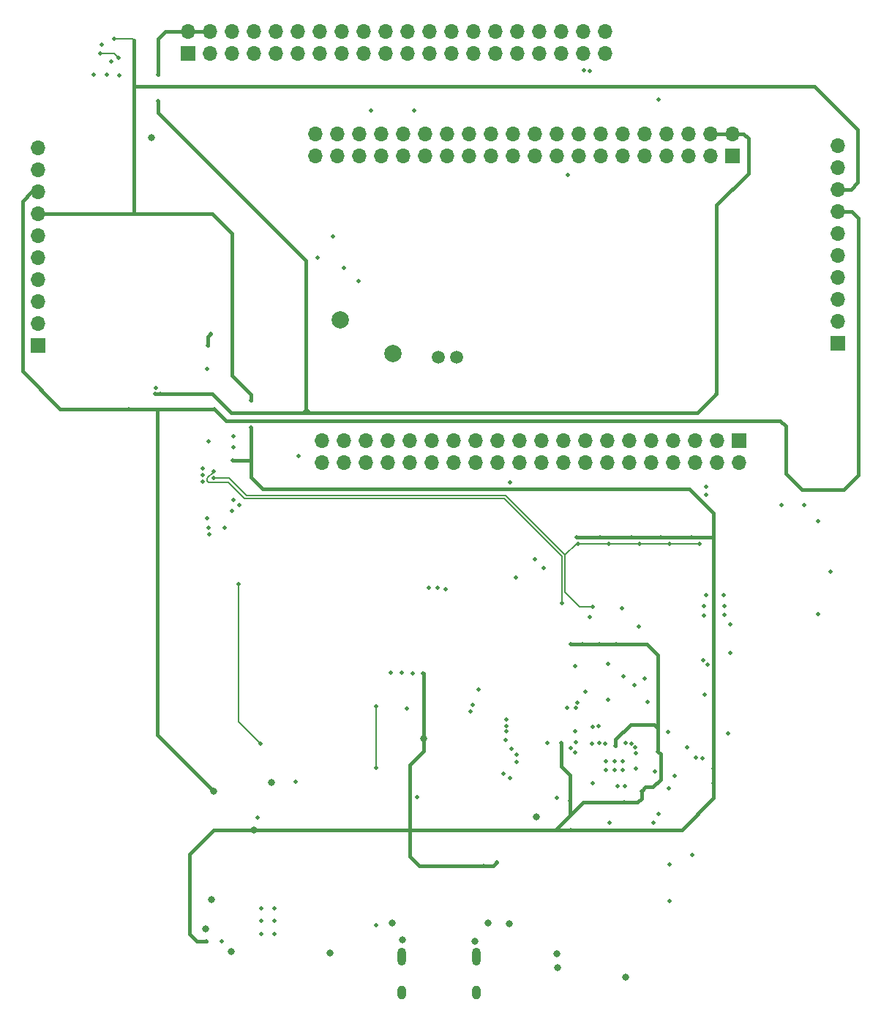
<source format=gbr>
%TF.GenerationSoftware,KiCad,Pcbnew,8.0.4*%
%TF.CreationDate,2024-10-18T18:06:38+03:00*%
%TF.ProjectId,beepy,62656570-792e-46b6-9963-61645f706362,rev?*%
%TF.SameCoordinates,Original*%
%TF.FileFunction,Copper,L3,Inr*%
%TF.FilePolarity,Positive*%
%FSLAX46Y46*%
G04 Gerber Fmt 4.6, Leading zero omitted, Abs format (unit mm)*
G04 Created by KiCad (PCBNEW 8.0.4) date 2024-10-18 18:06:38*
%MOMM*%
%LPD*%
G01*
G04 APERTURE LIST*
%TA.AperFunction,ComponentPad*%
%ADD10R,1.700000X1.700000*%
%TD*%
%TA.AperFunction,ComponentPad*%
%ADD11O,1.700000X1.700000*%
%TD*%
%TA.AperFunction,ComponentPad*%
%ADD12C,0.500000*%
%TD*%
%TA.AperFunction,ComponentPad*%
%ADD13C,2.000000*%
%TD*%
%TA.AperFunction,ComponentPad*%
%ADD14C,1.500000*%
%TD*%
%TA.AperFunction,ComponentPad*%
%ADD15O,1.000000X1.600000*%
%TD*%
%TA.AperFunction,ComponentPad*%
%ADD16O,1.000000X2.100000*%
%TD*%
%TA.AperFunction,ViaPad*%
%ADD17C,0.500000*%
%TD*%
%TA.AperFunction,ViaPad*%
%ADD18C,0.800000*%
%TD*%
%TA.AperFunction,Conductor*%
%ADD19C,0.400000*%
%TD*%
%TA.AperFunction,Conductor*%
%ADD20C,0.200000*%
%TD*%
%TA.AperFunction,Conductor*%
%ADD21C,0.127000*%
%TD*%
G04 APERTURE END LIST*
D10*
%TO.N,unconnected-(J4-3.3V-Pad1)*%
%TO.C,J4*%
X76252160Y-57578894D03*
D11*
%TO.N,Net-(JP1-B)*%
X76252160Y-60118894D03*
%TO.N,/Pi_SDA*%
X73712160Y-57578894D03*
%TO.N,Net-(JP1-B)*%
X73712160Y-60118894D03*
%TO.N,/Pi_SCL*%
X71172160Y-57578894D03*
%TO.N,GND*%
X71172160Y-60118894D03*
%TO.N,/Pi_INT*%
X68632160Y-57578894D03*
%TO.N,/Pi_GPIO14*%
X68632160Y-60118894D03*
%TO.N,GND*%
X66092160Y-57578894D03*
%TO.N,/Pi_GPIO15*%
X66092160Y-60118894D03*
%TO.N,unconnected-(J4-GPIO17-Pad11)*%
X63552160Y-57578894D03*
%TO.N,/Pi_GPIO18*%
X63552160Y-60118894D03*
%TO.N,/Pi_GPIO27*%
X61012160Y-57578894D03*
%TO.N,GND*%
X61012160Y-60118894D03*
%TO.N,/Pi_GPIO22*%
X58472160Y-57578894D03*
%TO.N,/DISP_EXTIN*%
X58472160Y-60118894D03*
%TO.N,unconnected-(J4-3.3V-Pad17)*%
X55932160Y-57578894D03*
%TO.N,/PI_HEADER_SWDIO*%
X55932160Y-60118894D03*
%TO.N,/DISP_SI*%
X53392160Y-57578894D03*
%TO.N,GND*%
X53392160Y-60118894D03*
%TO.N,/Pi_GPIO09*%
X50852160Y-57578894D03*
%TO.N,/PI_HEADER_SWCLK*%
X50852160Y-60118894D03*
%TO.N,/DISP_SCLK*%
X48312160Y-57578894D03*
%TO.N,/DISP_CS*%
X48312160Y-60118894D03*
%TO.N,GND*%
X45772160Y-57578894D03*
%TO.N,/LBO*%
X45772160Y-60118894D03*
%TO.N,/Pi_GPIO0*%
X43232160Y-57578894D03*
%TO.N,/Pi_GPIO1*%
X43232160Y-60118894D03*
%TO.N,/Pi_GPIO5*%
X40692160Y-57578894D03*
%TO.N,GND*%
X40692160Y-60118894D03*
%TO.N,/Pi_GPIO6*%
X38152160Y-57578894D03*
%TO.N,/Pi_GPIO12*%
X38152160Y-60118894D03*
%TO.N,/Pi_GPIO13*%
X35612160Y-57578894D03*
%TO.N,GND*%
X35612160Y-60118894D03*
%TO.N,/Pi_GPIO19*%
X33072160Y-57578894D03*
%TO.N,/Pi_GPIO16*%
X33072160Y-60118894D03*
%TO.N,/Pi_GPIO26*%
X30532160Y-57578894D03*
%TO.N,/Pi_GPIO20*%
X30532160Y-60118894D03*
%TO.N,GND*%
X27992160Y-57578894D03*
%TO.N,/Pi_GPIO21*%
X27992160Y-60118894D03*
%TD*%
D10*
%TO.N,unconnected-(J2-3.3V-Pad1)*%
%TO.C,J2*%
X12540000Y-12800000D03*
D11*
%TO.N,Net-(JP1-B)*%
X12540000Y-10260000D03*
%TO.N,/Pi_SDA*%
X15080000Y-12800000D03*
%TO.N,Net-(JP1-B)*%
X15080000Y-10260000D03*
%TO.N,/Pi_SCL*%
X17619999Y-12800000D03*
%TO.N,GND*%
X17620000Y-10260000D03*
%TO.N,/Pi_INT*%
X20160000Y-12800000D03*
%TO.N,/Pi_GPIO14*%
X20160000Y-10260000D03*
%TO.N,GND*%
X22700000Y-12800000D03*
%TO.N,/Pi_GPIO15*%
X22700000Y-10260000D03*
%TO.N,unconnected-(J2-GPIO17-Pad11)*%
X25240000Y-12800000D03*
%TO.N,/Pi_GPIO18*%
X25240000Y-10260000D03*
%TO.N,/Pi_GPIO27*%
X27780000Y-12800000D03*
%TO.N,GND*%
X27780000Y-10260000D03*
%TO.N,/Pi_GPIO22*%
X30320001Y-12800000D03*
%TO.N,/DISP_EXTIN*%
X30320000Y-10260000D03*
%TO.N,unconnected-(J2-3.3V-Pad17)*%
X32860000Y-12800000D03*
%TO.N,/PI_HEADER_SWDIO*%
X32860000Y-10260000D03*
%TO.N,/DISP_SI*%
X35400000Y-12800000D03*
%TO.N,GND*%
X35400000Y-10260000D03*
%TO.N,/Pi_GPIO09*%
X37940000Y-12800000D03*
%TO.N,/PI_HEADER_SWCLK*%
X37940000Y-10260000D03*
%TO.N,/DISP_SCLK*%
X40479999Y-12800000D03*
%TO.N,/DISP_CS*%
X40480000Y-10260000D03*
%TO.N,GND*%
X43020000Y-12800000D03*
%TO.N,/LBO*%
X43020000Y-10260000D03*
%TO.N,/Pi_GPIO0*%
X45560000Y-12800000D03*
%TO.N,/Pi_GPIO1*%
X45560000Y-10260000D03*
%TO.N,/Pi_GPIO5*%
X48100000Y-12800000D03*
%TO.N,GND*%
X48100000Y-10260000D03*
%TO.N,/Pi_GPIO6*%
X50639999Y-12800000D03*
%TO.N,/Pi_GPIO12*%
X50640000Y-10260000D03*
%TO.N,/Pi_GPIO13*%
X53180001Y-12800000D03*
%TO.N,GND*%
X53180000Y-10260000D03*
%TO.N,/Pi_GPIO19*%
X55720000Y-12800000D03*
%TO.N,/Pi_GPIO16*%
X55720000Y-10260000D03*
%TO.N,/Pi_GPIO26*%
X58260000Y-12800000D03*
%TO.N,/Pi_GPIO20*%
X58260000Y-10260000D03*
%TO.N,GND*%
X60800000Y-12800000D03*
%TO.N,/Pi_GPIO21*%
X60800000Y-10260000D03*
%TD*%
D12*
%TO.N,GND*%
%TO.C,U1*%
X22507500Y-114625000D03*
X22507500Y-113125000D03*
X22507500Y-111625000D03*
X21007500Y-114625000D03*
X21007500Y-113125000D03*
X21007500Y-111625000D03*
%TD*%
D13*
%TO.N,GND*%
%TO.C,TP8*%
X36200000Y-47500000D03*
%TD*%
%TO.N,+5V*%
%TO.C,TP5*%
X30100000Y-43600000D03*
%TD*%
D14*
%TO.N,USB_D-*%
%TO.C,TP6*%
X43600000Y-47900000D03*
%TD*%
D10*
%TO.N,/Pi_GPIO6*%
%TO.C,J1*%
X-4792463Y-46583919D03*
D11*
%TO.N,/Pi_GPIO13*%
X-4792463Y-44043919D03*
%TO.N,/Pi_GPIO19*%
X-4792463Y-41503919D03*
%TO.N,/Pi_GPIO26*%
X-4792463Y-38963919D03*
%TO.N,/Pi_GPIO21*%
X-4792463Y-36423919D03*
%TO.N,/Pi_GPIO20*%
X-4792463Y-33883919D03*
%TO.N,+3V3*%
X-4792463Y-31343919D03*
%TO.N,+5V*%
X-4792463Y-28803919D03*
%TO.N,GND*%
X-4792463Y-26263919D03*
X-4792463Y-23723919D03*
%TD*%
D10*
%TO.N,unconnected-(J5-3.3V-Pad1)*%
%TO.C,J5*%
X75530000Y-24620000D03*
D11*
%TO.N,Net-(JP1-B)*%
X75530000Y-22080000D03*
%TO.N,/Pi_SDA*%
X72990000Y-24620000D03*
%TO.N,Net-(JP1-B)*%
X72990000Y-22080000D03*
%TO.N,/Pi_SCL*%
X70450000Y-24620000D03*
%TO.N,GND*%
X70450000Y-22080000D03*
%TO.N,/Pi_INT*%
X67910000Y-24620000D03*
%TO.N,/Pi_GPIO14*%
X67910000Y-22080000D03*
%TO.N,GND*%
X65370000Y-24620000D03*
%TO.N,/Pi_GPIO15*%
X65370000Y-22080000D03*
%TO.N,unconnected-(J5-GPIO17-Pad11)*%
X62830000Y-24620000D03*
%TO.N,/Pi_GPIO18*%
X62830000Y-22080000D03*
%TO.N,/Pi_GPIO27*%
X60290000Y-24620000D03*
%TO.N,GND*%
X60290000Y-22080000D03*
%TO.N,/Pi_GPIO22*%
X57750000Y-24620000D03*
%TO.N,/DISP_EXTIN*%
X57750000Y-22080000D03*
%TO.N,unconnected-(J5-3.3V-Pad17)*%
X55210000Y-24620000D03*
%TO.N,/PI_HEADER_SWDIO*%
X55210000Y-22080000D03*
%TO.N,/DISP_SI*%
X52670000Y-24620000D03*
%TO.N,GND*%
X52670000Y-22080000D03*
%TO.N,/Pi_GPIO09*%
X50130000Y-24620000D03*
%TO.N,/PI_HEADER_SWCLK*%
X50130000Y-22080000D03*
%TO.N,/DISP_SCLK*%
X47590000Y-24620000D03*
%TO.N,/DISP_CS*%
X47590000Y-22080000D03*
%TO.N,GND*%
X45050000Y-24620000D03*
%TO.N,/LBO*%
X45050000Y-22080000D03*
%TO.N,/Pi_GPIO0*%
X42510000Y-24620000D03*
%TO.N,/Pi_GPIO1*%
X42510000Y-22080000D03*
%TO.N,/Pi_GPIO5*%
X39970000Y-24620000D03*
%TO.N,GND*%
X39970000Y-22080000D03*
%TO.N,/Pi_GPIO6*%
X37430000Y-24620000D03*
%TO.N,/Pi_GPIO12*%
X37430000Y-22080000D03*
%TO.N,/Pi_GPIO13*%
X34890000Y-24620000D03*
%TO.N,GND*%
X34890000Y-22080000D03*
%TO.N,/Pi_GPIO19*%
X32350000Y-24620000D03*
%TO.N,/Pi_GPIO16*%
X32350000Y-22080000D03*
%TO.N,/Pi_GPIO26*%
X29810000Y-24620000D03*
%TO.N,/Pi_GPIO20*%
X29810000Y-22080000D03*
%TO.N,GND*%
X27270000Y-24620000D03*
%TO.N,/Pi_GPIO21*%
X27270000Y-22080000D03*
%TD*%
D14*
%TO.N,USB_D+*%
%TO.C,TP7*%
X41465683Y-47900000D03*
%TD*%
D15*
%TO.N,GND*%
%TO.C,J7*%
X45910000Y-121410000D03*
D16*
X45910000Y-117230000D03*
D15*
X37270000Y-121410000D03*
D16*
X37270000Y-117230000D03*
%TD*%
D10*
%TO.N,/Pi_GPIO16*%
%TO.C,J3*%
X87731557Y-46273399D03*
D11*
%TO.N,/Pi_SCL*%
X87731557Y-43733399D03*
%TO.N,/Pi_SDA*%
X87731557Y-41193399D03*
%TO.N,/Pi_GPIO14*%
X87731557Y-38653399D03*
%TO.N,/Pi_GPIO15*%
X87731557Y-36113399D03*
%TO.N,/Pi_GPIO18*%
X87731557Y-33573399D03*
%TO.N,+5V*%
X87731557Y-31033399D03*
%TO.N,+3V3*%
X87731557Y-28493399D03*
%TO.N,GND*%
X87731557Y-25953399D03*
X87731557Y-23413399D03*
%TD*%
D17*
%TO.N,GND*%
X61100000Y-83350000D03*
X14200000Y-62300000D03*
D18*
X28970000Y-116800000D03*
D17*
X14900000Y-57650000D03*
X60800000Y-92580000D03*
X17750000Y-57050000D03*
X39050000Y-98800000D03*
X36000000Y-84360000D03*
X65400000Y-85060000D03*
X37860000Y-88550000D03*
X17650000Y-65700000D03*
X14900000Y-67650000D03*
X17800000Y-64400000D03*
X61100000Y-87550000D03*
X60860000Y-95640000D03*
X56370000Y-88470000D03*
X16750000Y-67600000D03*
D18*
X47260000Y-113360000D03*
D17*
X60860000Y-94640000D03*
X14700000Y-66500000D03*
D18*
X49700000Y-113400000D03*
X22200000Y-97075000D03*
D17*
X62900000Y-84850000D03*
D18*
X55200000Y-116900000D03*
D17*
X61860000Y-95640000D03*
D18*
X8300000Y-22485000D03*
X45720000Y-115440000D03*
D17*
X61860000Y-94640000D03*
X66400000Y-101770000D03*
X65680000Y-87750000D03*
X62860000Y-95640000D03*
X70290000Y-93040000D03*
X66940000Y-100720000D03*
X57550000Y-87840000D03*
X70860000Y-105480000D03*
D18*
X37300000Y-115280000D03*
X15250000Y-110650000D03*
D17*
X59050000Y-77950000D03*
X14200000Y-60750000D03*
X38530000Y-84440000D03*
X14200000Y-61500000D03*
X61310000Y-101760000D03*
D18*
X14550000Y-113990000D03*
D17*
X17750000Y-58300000D03*
X8795000Y-51425000D03*
X62700000Y-76950000D03*
D18*
X55250000Y-118500000D03*
D17*
X54120000Y-92560000D03*
X37260000Y-84420000D03*
X20590000Y-101170000D03*
D18*
X17510000Y-116610000D03*
X36120000Y-113360000D03*
X52800000Y-101050000D03*
X63150000Y-119580000D03*
D17*
X14700000Y-49250000D03*
X24950000Y-96990000D03*
X58500000Y-86550000D03*
X62860000Y-94640000D03*
X57300000Y-83660000D03*
X55200000Y-98900000D03*
%TO.N,+3V3*%
X61980000Y-92860000D03*
X62970000Y-99370000D03*
X56730000Y-99170000D03*
X73360000Y-95510000D03*
X67225000Y-68690000D03*
X73360000Y-97210000D03*
X14620000Y-115450000D03*
X62070000Y-81080000D03*
X19800000Y-52900000D03*
X55730000Y-92530000D03*
D18*
X20180000Y-102580000D03*
D17*
X63825000Y-68690000D03*
X66900000Y-93530000D03*
X60200000Y-68690000D03*
X56790000Y-102580000D03*
X58190000Y-81070000D03*
X48300000Y-106290000D03*
D18*
X39770000Y-92050000D03*
D17*
X18470000Y-65020000D03*
X56800000Y-81070000D03*
X64990000Y-98130000D03*
X17680000Y-59870000D03*
X60140000Y-81070000D03*
X46730000Y-106710000D03*
X19800000Y-56000000D03*
X4000000Y-11100000D03*
X39740000Y-84460000D03*
X57500000Y-68700000D03*
X70750000Y-68690000D03*
%TO.N,/Pi_SDA*%
X71330000Y-94240000D03*
%TO.N,/Pi_SCL*%
X72080000Y-94290000D03*
X72450000Y-62900000D03*
%TO.N,/Pi_GPIO20*%
X29300000Y-33900000D03*
%TO.N,/Pi_GPIO19*%
X33700000Y-19400000D03*
X32300000Y-39100000D03*
%TO.N,/Pi_GPIO21*%
X27500000Y-36400000D03*
%TO.N,+5V*%
X5650000Y-53900000D03*
X15150000Y-45160000D03*
X14790000Y-46580000D03*
X15550000Y-53900000D03*
D18*
X15495000Y-98075000D03*
D17*
%TO.N,/Pi_GPIO14*%
X67000000Y-18100000D03*
%TO.N,/Pi_INT*%
X72450000Y-63800000D03*
X68810000Y-96290000D03*
X75010000Y-91460000D03*
%TO.N,SWCLK*%
X64191860Y-85863010D03*
X46140000Y-86360000D03*
%TO.N,SWDIO*%
X63168645Y-92478087D03*
X45235000Y-88905000D03*
%TO.N,RUN*%
X45450000Y-88080000D03*
X63809122Y-92585987D03*
%TO.N,/ROW8*%
X49800000Y-96613500D03*
X64360000Y-93670000D03*
%TO.N,/COL8*%
X64288274Y-93024470D03*
X49020000Y-96070000D03*
%TO.N,/DISP_EXTIN*%
X56475000Y-26800000D03*
%TO.N,/KB_BL*%
X57390000Y-88480000D03*
X64330000Y-95470000D03*
%TO.N,+2V8*%
X15480000Y-61130000D03*
X55830000Y-76361250D03*
%TO.N,+1V8*%
X57700000Y-69500000D03*
X71700000Y-69490000D03*
X64750000Y-69490000D03*
X68226539Y-69485716D03*
X61200000Y-69490000D03*
X59350000Y-76800000D03*
X15530000Y-61900000D03*
%TO.N,/LED_R*%
X64680000Y-79040000D03*
X4569110Y-15277154D03*
%TO.N,BOOTSEL*%
X20900000Y-92600000D03*
X18400000Y-74170000D03*
X14950000Y-68350000D03*
%TO.N,/LED_G*%
X3100000Y-15250000D03*
X59270000Y-92570000D03*
%TO.N,/LED_B*%
X1640000Y-15250000D03*
X59370000Y-97140000D03*
%TO.N,/Pi_PWR*%
X50570000Y-94730000D03*
X60120000Y-92520000D03*
%TO.N,/D-*%
X63080000Y-97540000D03*
X72634416Y-83455916D03*
%TO.N,/D+*%
X62270000Y-97520000D03*
X72104084Y-82925584D03*
%TO.N,/LBO*%
X16410000Y-115450000D03*
X34300000Y-88260000D03*
X34300000Y-95400000D03*
X40400000Y-74600000D03*
X34300000Y-113620000D03*
%TO.N,+BATT*%
X68200000Y-106600000D03*
X68200000Y-110820000D03*
%TO.N,Net-(U8-GPIO26)*%
X66590000Y-95790000D03*
X68180000Y-97770000D03*
%TO.N,/COL1*%
X57300000Y-93600000D03*
X74600000Y-77700000D03*
X85400000Y-77600000D03*
X50500000Y-73400000D03*
X72200000Y-77800000D03*
X50560000Y-93890000D03*
%TO.N,/ROW6*%
X86900000Y-72700000D03*
X53700000Y-72300000D03*
X74600000Y-76700000D03*
X72200000Y-76700000D03*
%TO.N,/ROW4*%
X74500000Y-75400000D03*
X52700000Y-71300000D03*
X85400000Y-66900000D03*
X72500000Y-75400000D03*
%TO.N,/PI_HEADER_SWDIO*%
X41400000Y-74600000D03*
X49790000Y-62370000D03*
%TO.N,/PI_HEADER_SWCLK*%
X42350000Y-74700000D03*
%TO.N,/Pi_GPIO6*%
X25300000Y-59300000D03*
X38700000Y-19400000D03*
%TO.N,/Pi_GPIO26*%
X75230000Y-78770000D03*
X30600000Y-37600000D03*
X68050000Y-91220000D03*
X72330000Y-86950000D03*
X75240000Y-82080000D03*
X58300000Y-14700000D03*
%TO.N,/Pi_GPIO16*%
X81210000Y-65000000D03*
X59000000Y-14800000D03*
X83830000Y-65030000D03*
%TO.N,Net-(JP1-B)*%
X9100000Y-15200000D03*
X9300000Y-52142852D03*
X73700000Y-52150000D03*
X9100000Y-18300000D03*
X8750000Y-52150000D03*
%TO.N,/COL2*%
X56850000Y-93100000D03*
X49950000Y-93200000D03*
%TO.N,/COL6*%
X49250000Y-92150000D03*
X57370000Y-92420000D03*
%TO.N,Net-(D1-RK)*%
X2400000Y-12785000D03*
X4500000Y-13285000D03*
%TO.N,Net-(D1-GK)*%
X2500000Y-11785000D03*
X3600000Y-13685000D03*
%TO.N,/COL5*%
X57300000Y-91200000D03*
X49400000Y-91200000D03*
%TO.N,/COL4*%
X59375726Y-90629262D03*
X49400000Y-90550000D03*
%TO.N,/COL3*%
X49400000Y-89850000D03*
X60023996Y-90589265D03*
%TD*%
D19*
%TO.N,GND*%
X48003117Y-9996883D02*
X48000000Y-10000000D01*
%TO.N,+3V3*%
X38190000Y-105620000D02*
X39300000Y-106730000D01*
X55730000Y-92530000D02*
X55730000Y-95240000D01*
X62990000Y-99390000D02*
X64550000Y-99390000D01*
X57505000Y-68690000D02*
X57505000Y-68695000D01*
X64550000Y-99390000D02*
X64990000Y-98950000D01*
X55730000Y-95240000D02*
X56730000Y-96240000D01*
X73360000Y-95510000D02*
X73360000Y-68700000D01*
X90000000Y-21600000D02*
X85000000Y-16600000D01*
X19800000Y-56000000D02*
X19800000Y-59820000D01*
X67190000Y-93820000D02*
X66900000Y-93530000D01*
X87731557Y-28493399D02*
X89206601Y-28493399D01*
X66900000Y-93530000D02*
X66900000Y-90810000D01*
X20180000Y-102580000D02*
X15470000Y-102580000D01*
X53800000Y-102580000D02*
X55070000Y-102580000D01*
X19800000Y-59820000D02*
X19750000Y-59870000D01*
D20*
X4000000Y-11100000D02*
X6200000Y-11100000D01*
D19*
X56790000Y-102580000D02*
X69660000Y-102580000D01*
X73350000Y-68690000D02*
X73360000Y-68700000D01*
X66900000Y-82330000D02*
X65640000Y-81070000D01*
X39770000Y-93460000D02*
X38190000Y-95040000D01*
X3753386Y-31343919D02*
X15343919Y-31343919D01*
X12700000Y-105350000D02*
X12700000Y-114600000D01*
X70550000Y-63100000D02*
X73360000Y-65910000D01*
X15343919Y-31343919D02*
X17600000Y-33600000D01*
X23080000Y-102580000D02*
X23100000Y-102600000D01*
X57505000Y-68695000D02*
X57500000Y-68700000D01*
X19800000Y-59820000D02*
X19800000Y-61750000D01*
X85000000Y-16600000D02*
X6300000Y-16600000D01*
X53800000Y-102580000D02*
X56790000Y-102580000D01*
X19750000Y-59870000D02*
X17680000Y-59870000D01*
X90000000Y-27700000D02*
X90000000Y-21600000D01*
X39760000Y-84480000D02*
X39740000Y-84460000D01*
X38190000Y-102580000D02*
X38190000Y-105620000D01*
X56730000Y-96240000D02*
X56730000Y-99170000D01*
X64990000Y-98130000D02*
X65490000Y-97630000D01*
X38190000Y-102580000D02*
X53800000Y-102580000D01*
X67190000Y-96710000D02*
X67190000Y-93820000D01*
X20180000Y-102580000D02*
X23080000Y-102580000D01*
X65640000Y-81070000D02*
X60140000Y-81070000D01*
X17600000Y-33600000D02*
X17600000Y-50000000D01*
X21150000Y-63100000D02*
X70550000Y-63100000D01*
X66900000Y-90810000D02*
X66900000Y-82330000D01*
X66450000Y-90360000D02*
X66900000Y-90810000D01*
X23120000Y-102580000D02*
X38190000Y-102580000D01*
X15470000Y-102580000D02*
X12700000Y-105350000D01*
X6300000Y-16600000D02*
X6300000Y-11200000D01*
X65490000Y-97630000D02*
X66270000Y-97630000D01*
X58260000Y-99390000D02*
X62950000Y-99390000D01*
X56730000Y-100920000D02*
X56730000Y-99170000D01*
X39770000Y-92050000D02*
X39770000Y-93460000D01*
X17600000Y-50000000D02*
X19800000Y-52200000D01*
X56730000Y-100920000D02*
X58260000Y-99390000D01*
X69660000Y-102580000D02*
X73360000Y-98880000D01*
X39770000Y-92050000D02*
X39760000Y-92040000D01*
X70750000Y-68690000D02*
X73350000Y-68690000D01*
X47860000Y-106730000D02*
X48300000Y-106290000D01*
X66270000Y-97630000D02*
X67190000Y-96710000D01*
X62950000Y-99390000D02*
X62970000Y-99370000D01*
X12700000Y-114600000D02*
X13550000Y-115450000D01*
X61980000Y-92860000D02*
X61980000Y-92100000D01*
X13550000Y-115450000D02*
X14620000Y-115450000D01*
X39760000Y-92040000D02*
X39760000Y-84480000D01*
X55070000Y-102580000D02*
X56515000Y-101135000D01*
X73360000Y-97210000D02*
X73360000Y-95510000D01*
X39300000Y-106730000D02*
X47860000Y-106730000D01*
X38190000Y-95040000D02*
X38190000Y-102580000D01*
X19800000Y-52200000D02*
X19800000Y-52900000D01*
X-4792463Y-31343919D02*
X3753386Y-31343919D01*
X89206601Y-28493399D02*
X90000000Y-27700000D01*
X62970000Y-99370000D02*
X62990000Y-99390000D01*
X73360000Y-98880000D02*
X73360000Y-97210000D01*
X61980000Y-92100000D02*
X63720000Y-90360000D01*
X70625000Y-68690000D02*
X57505000Y-68690000D01*
X23100000Y-102600000D02*
X23120000Y-102580000D01*
X6300000Y-31300000D02*
X6300000Y-16600000D01*
X73360000Y-65910000D02*
X73360000Y-68700000D01*
X19800000Y-61750000D02*
X21150000Y-63100000D01*
X63720000Y-90360000D02*
X66450000Y-90360000D01*
X60140000Y-81070000D02*
X56800000Y-81070000D01*
X56515000Y-101135000D02*
X56730000Y-100920000D01*
X64990000Y-98950000D02*
X64990000Y-98130000D01*
D20*
X6200000Y-11100000D02*
X6300000Y-11200000D01*
D19*
%TO.N,+5V*%
X89333399Y-31033399D02*
X87731557Y-31033399D01*
X9010000Y-91590000D02*
X9010000Y-53900000D01*
X14790000Y-45520000D02*
X14790000Y-46580000D01*
X15495000Y-98075000D02*
X9010000Y-91590000D01*
X81050000Y-55250000D02*
X81700000Y-55900000D01*
X-6600000Y-49550000D02*
X-6600000Y-29850000D01*
X9010000Y-53900000D02*
X5650000Y-53900000D01*
X16900000Y-55250000D02*
X81050000Y-55250000D01*
X15150000Y-45160000D02*
X14790000Y-45520000D01*
X15550000Y-53900000D02*
X16900000Y-55250000D01*
X5650000Y-53900000D02*
X-2250000Y-53900000D01*
X-2250000Y-53900000D02*
X-6600000Y-49550000D01*
X-5553919Y-28803919D02*
X-4792463Y-28803919D01*
X90100000Y-61538000D02*
X90100000Y-31800000D01*
X81700000Y-55900000D02*
X81700000Y-61380000D01*
X-6600000Y-29850000D02*
X-5553919Y-28803919D01*
X90100000Y-31800000D02*
X89333399Y-31033399D01*
X88392000Y-63246000D02*
X90100000Y-61538000D01*
X81700000Y-61380000D02*
X83566000Y-63246000D01*
X9010000Y-53900000D02*
X11200000Y-53900000D01*
X83566000Y-63246000D02*
X88392000Y-63246000D01*
X11200000Y-53900000D02*
X15550000Y-53900000D01*
D20*
%TO.N,+2V8*%
X14900000Y-62400000D02*
X14750000Y-62250000D01*
X15480000Y-61170000D02*
X15480000Y-61130000D01*
X55830000Y-76361250D02*
X55830000Y-70920000D01*
X19040000Y-64220000D02*
X17220000Y-62400000D01*
X14750000Y-62250000D02*
X14750000Y-61900000D01*
X14750000Y-61900000D02*
X15480000Y-61170000D01*
X49130000Y-64220000D02*
X19040000Y-64220000D01*
X17220000Y-62400000D02*
X14900000Y-62400000D01*
X55830000Y-70920000D02*
X49130000Y-64220000D01*
%TO.N,+1V8*%
X57300000Y-76250000D02*
X57850000Y-76800000D01*
X56156520Y-75106520D02*
X57300000Y-76250000D01*
X56156520Y-74666520D02*
X56156520Y-75106520D01*
X57451270Y-69490000D02*
X56156520Y-70784750D01*
X15530000Y-61900000D02*
X17300000Y-61900000D01*
X57750000Y-69490000D02*
X57451270Y-69490000D01*
X17300000Y-61900000D02*
X19280000Y-63880000D01*
X56156520Y-74666520D02*
X56156520Y-70784750D01*
X71685000Y-69490000D02*
X57750000Y-69490000D01*
X19280000Y-63880000D02*
X49251770Y-63880000D01*
X49251770Y-63880000D02*
X56156520Y-70784750D01*
X57850000Y-76800000D02*
X59350000Y-76800000D01*
D21*
%TO.N,BOOTSEL*%
X18400000Y-90100000D02*
X18410000Y-74180000D01*
X18400000Y-90100000D02*
X20900000Y-92600000D01*
%TO.N,/LBO*%
X34300000Y-88260000D02*
X34300000Y-95400000D01*
D19*
%TO.N,Net-(JP1-B)*%
X73700000Y-52150000D02*
X71500000Y-54350000D01*
X73700000Y-30300000D02*
X77350000Y-26650000D01*
X77350000Y-22600000D02*
X76830000Y-22080000D01*
X26200000Y-54000000D02*
X26200000Y-54350000D01*
X77350000Y-26650000D02*
X77350000Y-22600000D01*
X76830000Y-22080000D02*
X72990000Y-22080000D01*
X25850000Y-54350000D02*
X26200000Y-54000000D01*
X26200000Y-36700000D02*
X26200000Y-54000000D01*
X9100000Y-18300000D02*
X9100000Y-19600000D01*
X9100000Y-11100000D02*
X9940000Y-10260000D01*
X71500000Y-54350000D02*
X26800000Y-54350000D01*
X9100000Y-15200000D02*
X9100000Y-11100000D01*
X25800000Y-54350000D02*
X17500000Y-54350000D01*
X15300000Y-52150000D02*
X8750000Y-52150000D01*
X17500000Y-54350000D02*
X15300000Y-52150000D01*
X26200000Y-54350000D02*
X25800000Y-54350000D01*
X26600000Y-54350000D02*
X26200000Y-54350000D01*
X26250000Y-54000000D02*
X26600000Y-54350000D01*
X26800000Y-54350000D02*
X26600000Y-54350000D01*
X9940000Y-10260000D02*
X15080000Y-10260000D01*
X73700000Y-52150000D02*
X73700000Y-30300000D01*
X26200000Y-54000000D02*
X26250000Y-54000000D01*
X25800000Y-54350000D02*
X25850000Y-54350000D01*
X9100000Y-19600000D02*
X26200000Y-36700000D01*
D21*
%TO.N,Net-(D1-RK)*%
X4000000Y-12785000D02*
X2400000Y-12785000D01*
X4500000Y-13285000D02*
X4000000Y-12785000D01*
%TD*%
M02*

</source>
